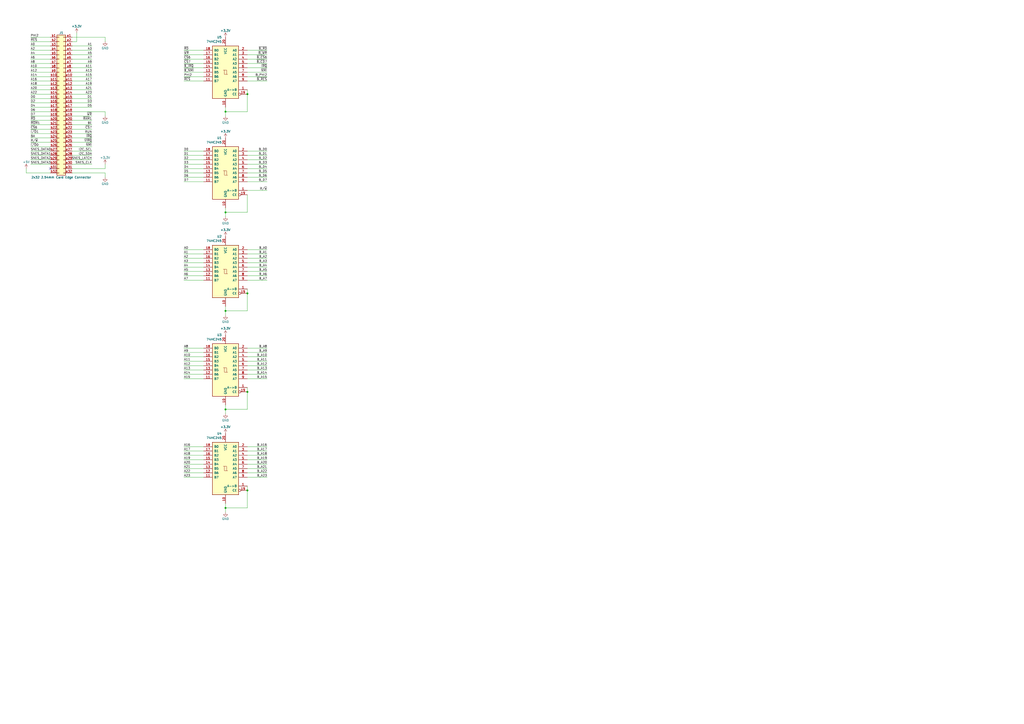
<source format=kicad_sch>
(kicad_sch (version 20231120) (generator "eeschema") (generator_version "8.0")
  (paper "A2")
  (lib_symbols
    (symbol "74xx:74HC245" (pin_names (offset 1.016))
      (property "Reference" "U" (at -7.62 16.51 0))
      (property "Value" "74HC245" (at -7.62 -16.51 0))
      (symbol "74HC245_1_0"
        (polyline (pts (xy -0.635 -1.27) (xy -0.635 1.27) (xy 0.635 1.27)))
        (polyline (pts (xy -1.27 -1.27) (xy 0.635 -1.27) (xy 0.635 1.27) (xy 1.27 1.27)))
        (pin input line (at -12.7 -10.16 0) (length 5.08) (name "A->B") (number "1"))
        (pin power_in line (at 0 -20.32 90) (length 5.08) (name "GND") (number "10"))
        (pin tri_state line (at 12.7 -5.08 180) (length 5.08) (name "B7") (number "11"))
        (pin tri_state line (at 12.7 -2.54 180) (length 5.08) (name "B6") (number "12"))
        (pin tri_state line (at 12.7 0 180) (length 5.08) (name "B5") (number "13"))
        (pin tri_state line (at 12.7 2.54 180) (length 5.08) (name "B4") (number "14"))
        (pin tri_state line (at 12.7 5.08 180) (length 5.08) (name "B3") (number "15"))
        (pin tri_state line (at 12.7 7.62 180) (length 5.08) (name "B2") (number "16"))
        (pin tri_state line (at 12.7 10.16 180) (length 5.08) (name "B1") (number "17"))
        (pin tri_state line (at 12.7 12.7 180) (length 5.08) (name "B0") (number "18"))
        (pin input inverted (at -12.7 -12.7 0) (length 5.08) (name "CE") (number "19"))
        (pin tri_state line (at -12.7 12.7 0) (length 5.08) (name "A0") (number "2"))
        (pin power_in line (at 0 20.32 270) (length 5.08) (name "VCC") (number "20"))
        (pin tri_state line (at -12.7 10.16 0) (length 5.08) (name "A1") (number "3"))
        (pin tri_state line (at -12.7 7.62 0) (length 5.08) (name "A2") (number "4"))
        (pin tri_state line (at -12.7 5.08 0) (length 5.08) (name "A3") (number "5"))
        (pin tri_state line (at -12.7 2.54 0) (length 5.08) (name "A4") (number "6"))
        (pin tri_state line (at -12.7 0 0) (length 5.08) (name "A5") (number "7"))
        (pin tri_state line (at -12.7 -2.54 0) (length 5.08) (name "A6") (number "8"))
        (pin tri_state line (at -12.7 -5.08 0) (length 5.08) (name "A7") (number "9"))
      )
      (symbol "74HC245_1_1"
        (rectangle (start -7.62 15.24) (end 7.62 -15.24) (stroke (width 0.254)) (fill (type background)))
      )
    )
    (symbol "Sentinel 65X V2:Conn_02x32_Row_Letter_First" (pin_names (offset 1.016) hide)
      (property "Reference" "J" (at 1.27 40.64 0))
      (property "Value" "Conn_02x32_Row_Letter_First" (at 1.27 -43.18 0))
      (symbol "Conn_02x32_Row_Letter_First_1_1"
        (rectangle (start -1.27 -40.513) (end 0 -40.767) (stroke (width 0.1524)))
        (rectangle (start -1.27 -37.973) (end 0 -38.227) (stroke (width 0.1524)))
        (rectangle (start -1.27 -35.433) (end 0 -35.687) (stroke (width 0.1524)))
        (rectangle (start -1.27 -32.893) (end 0 -33.147) (stroke (width 0.1524)))
        (rectangle (start -1.27 -30.353) (end 0 -30.607) (stroke (width 0.1524)))
        (rectangle (start -1.27 -27.813) (end 0 -28.067) (stroke (width 0.1524)))
        (rectangle (start -1.27 -25.273) (end 0 -25.527) (stroke (width 0.1524)))
        (rectangle (start -1.27 -22.733) (end 0 -22.987) (stroke (width 0.1524)))
        (rectangle (start -1.27 -20.193) (end 0 -20.447) (stroke (width 0.1524)))
        (rectangle (start -1.27 -17.653) (end 0 -17.907) (stroke (width 0.1524)))
        (rectangle (start -1.27 -15.113) (end 0 -15.367) (stroke (width 0.1524)))
        (rectangle (start -1.27 -12.573) (end 0 -12.827) (stroke (width 0.1524)))
        (rectangle (start -1.27 -10.033) (end 0 -10.287) (stroke (width 0.1524)))
        (rectangle (start -1.27 -7.493) (end 0 -7.747) (stroke (width 0.1524)))
        (rectangle (start -1.27 -4.953) (end 0 -5.207) (stroke (width 0.1524)))
        (rectangle (start -1.27 -2.413) (end 0 -2.667) (stroke (width 0.1524)))
        (rectangle (start -1.27 0.127) (end 0 -0.127) (stroke (width 0.1524)))
        (rectangle (start -1.27 2.667) (end 0 2.413) (stroke (width 0.1524)))
        (rectangle (start -1.27 5.207) (end 0 4.953) (stroke (width 0.1524)))
        (rectangle (start -1.27 7.747) (end 0 7.493) (stroke (width 0.1524)))
        (rectangle (start -1.27 10.287) (end 0 10.033) (stroke (width 0.1524)))
        (rectangle (start -1.27 12.827) (end 0 12.573) (stroke (width 0.1524)))
        (rectangle (start -1.27 15.367) (end 0 15.113) (stroke (width 0.1524)))
        (rectangle (start -1.27 17.907) (end 0 17.653) (stroke (width 0.1524)))
        (rectangle (start -1.27 20.447) (end 0 20.193) (stroke (width 0.1524)))
        (rectangle (start -1.27 22.987) (end 0 22.733) (stroke (width 0.1524)))
        (rectangle (start -1.27 25.527) (end 0 25.273) (stroke (width 0.1524)))
        (rectangle (start -1.27 28.067) (end 0 27.813) (stroke (width 0.1524)))
        (rectangle (start -1.27 30.607) (end 0 30.353) (stroke (width 0.1524)))
        (rectangle (start -1.27 33.147) (end 0 32.893) (stroke (width 0.1524)))
        (rectangle (start -1.27 35.687) (end 0 35.433) (stroke (width 0.1524)))
        (rectangle (start -1.27 38.227) (end 0 37.973) (stroke (width 0.1524)))
        (rectangle (start -1.27 39.37) (end 3.81 -41.91) (stroke (width 0.254)) (fill (type background)))
        (rectangle (start 3.81 -40.513) (end 2.54 -40.767) (stroke (width 0.1524)))
        (rectangle (start 3.81 -37.973) (end 2.54 -38.227) (stroke (width 0.1524)))
        (rectangle (start 3.81 -35.433) (end 2.54 -35.687) (stroke (width 0.1524)))
        (rectangle (start 3.81 -32.893) (end 2.54 -33.147) (stroke (width 0.1524)))
        (rectangle (start 3.81 -30.353) (end 2.54 -30.607) (stroke (width 0.1524)))
        (rectangle (start 3.81 -27.813) (end 2.54 -28.067) (stroke (width 0.1524)))
        (rectangle (start 3.81 -25.273) (end 2.54 -25.527) (stroke (width 0.1524)))
        (rectangle (start 3.81 -22.733) (end 2.54 -22.987) (stroke (width 0.1524)))
        (rectangle (start 3.81 -20.193) (end 2.54 -20.447) (stroke (width 0.1524)))
        (rectangle (start 3.81 -17.653) (end 2.54 -17.907) (stroke (width 0.1524)))
        (rectangle (start 3.81 -15.113) (end 2.54 -15.367) (stroke (width 0.1524)))
        (rectangle (start 3.81 -12.573) (end 2.54 -12.827) (stroke (width 0.1524)))
        (rectangle (start 3.81 -10.033) (end 2.54 -10.287) (stroke (width 0.1524)))
        (rectangle (start 3.81 -7.493) (end 2.54 -7.747) (stroke (width 0.1524)))
        (rectangle (start 3.81 -4.953) (end 2.54 -5.207) (stroke (width 0.1524)))
        (rectangle (start 3.81 -2.413) (end 2.54 -2.667) (stroke (width 0.1524)))
        (rectangle (start 3.81 0.127) (end 2.54 -0.127) (stroke (width 0.1524)))
        (rectangle (start 3.81 2.667) (end 2.54 2.413) (stroke (width 0.1524)))
        (rectangle (start 3.81 5.207) (end 2.54 4.953) (stroke (width 0.1524)))
        (rectangle (start 3.81 7.747) (end 2.54 7.493) (stroke (width 0.1524)))
        (rectangle (start 3.81 10.287) (end 2.54 10.033) (stroke (width 0.1524)))
        (rectangle (start 3.81 12.827) (end 2.54 12.573) (stroke (width 0.1524)))
        (rectangle (start 3.81 15.367) (end 2.54 15.113) (stroke (width 0.1524)))
        (rectangle (start 3.81 17.907) (end 2.54 17.653) (stroke (width 0.1524)))
        (rectangle (start 3.81 20.447) (end 2.54 20.193) (stroke (width 0.1524)))
        (rectangle (start 3.81 22.987) (end 2.54 22.733) (stroke (width 0.1524)))
        (rectangle (start 3.81 25.527) (end 2.54 25.273) (stroke (width 0.1524)))
        (rectangle (start 3.81 28.067) (end 2.54 27.813) (stroke (width 0.1524)))
        (rectangle (start 3.81 30.607) (end 2.54 30.353) (stroke (width 0.1524)))
        (rectangle (start 3.81 33.147) (end 2.54 32.893) (stroke (width 0.1524)))
        (rectangle (start 3.81 35.687) (end 2.54 35.433) (stroke (width 0.1524)))
        (rectangle (start 3.81 38.227) (end 2.54 37.973) (stroke (width 0.1524)))
        (pin passive line (at -5.08 38.1 0) (length 3.81) (name "Pin_a1") (number "a1"))
        (pin passive line (at -5.08 15.24 0) (length 3.81) (name "Pin_a10") (number "a10"))
        (pin passive line (at -5.08 12.7 0) (length 3.81) (name "Pin_a11") (number "a11"))
        (pin passive line (at -5.08 10.16 0) (length 3.81) (name "Pin_a12") (number "a12"))
        (pin passive line (at -5.08 7.62 0) (length 3.81) (name "Pin_a13") (number "a13"))
        (pin passive line (at -5.08 5.08 0) (length 3.81) (name "Pin_a14") (number "a14"))
        (pin passive line (at -5.08 2.54 0) (length 3.81) (name "Pin_a15") (number "a15"))
        (pin passive line (at -5.08 0 0) (length 3.81) (name "Pin_a16") (number "a16"))
        (pin passive line (at -5.08 -2.54 0) (length 3.81) (name "Pin_a17") (number "a17"))
        (pin passive line (at -5.08 -5.08 0) (length 3.81) (name "Pin_a18") (number "a18"))
        (pin passive line (at -5.08 -7.62 0) (length 3.81) (name "Pin_a19") (number "a19"))
        (pin passive line (at -5.08 35.56 0) (length 3.81) (name "Pin_a2") (number "a2"))
        (pin passive line (at -5.08 -10.16 0) (length 3.81) (name "Pin_a20") (number "a20"))
        (pin passive line (at -5.08 -12.7 0) (length 3.81) (name "Pin_a21") (number "a21"))
        (pin passive line (at -5.08 -15.24 0) (length 3.81) (name "Pin_a22") (number "a22"))
        (pin passive line (at -5.08 -17.78 0) (length 3.81) (name "Pin_a23") (number "a23"))
        (pin passive line (at -5.08 -20.32 0) (length 3.81) (name "Pin_a24") (number "a24"))
        (pin passive line (at -5.08 -22.86 0) (length 3.81) (name "Pin_a25") (number "a25"))
        (pin passive line (at -5.08 -25.4 0) (length 3.81) (name "Pin_a26") (number "a26"))
        (pin passive line (at -5.08 -27.94 0) (length 3.81) (name "Pin_a27") (number "a27"))
        (pin passive line (at -5.08 -30.48 0) (length 3.81) (name "Pin_a28") (number "a28"))
        (pin passive line (at -5.08 -33.02 0) (length 3.81) (name "Pin_a29") (number "a29"))
        (pin passive line (at -5.08 33.02 0) (length 3.81) (name "Pin_a3") (number "a3"))
        (pin passive line (at -5.08 -35.56 0) (length 3.81) (name "Pin_a30") (number "a30"))
        (pin passive line (at -5.08 -38.1 0) (length 3.81) (name "Pin_a31") (number "a31"))
        (pin passive line (at -5.08 -40.64 0) (length 3.81) (name "Pin_a32") (number "a32"))
        (pin passive line (at -5.08 30.48 0) (length 3.81) (name "Pin_a4") (number "a4"))
        (pin passive line (at -5.08 27.94 0) (length 3.81) (name "Pin_a5") (number "a5"))
        (pin passive line (at -5.08 25.4 0) (length 3.81) (name "Pin_a6") (number "a6"))
        (pin passive line (at -5.08 22.86 0) (length 3.81) (name "Pin_a7") (number "a7"))
        (pin passive line (at -5.08 20.32 0) (length 3.81) (name "Pin_a8") (number "a8"))
        (pin passive line (at -5.08 17.78 0) (length 3.81) (name "Pin_a9") (number "a9"))
        (pin passive line (at 7.62 38.1 180) (length 3.81) (name "Pin_b1") (number "b1"))
        (pin passive line (at 7.62 15.24 180) (length 3.81) (name "Pin_b10") (number "b10"))
        (pin passive line (at 7.62 12.7 180) (length 3.81) (name "Pin_b11") (number "b11"))
        (pin passive line (at 7.62 10.16 180) (length 3.81) (name "Pin_b12") (number "b12"))
        (pin passive line (at 7.62 7.62 180) (length 3.81) (name "Pin_b13") (number "b13"))
        (pin passive line (at 7.62 5.08 180) (length 3.81) (name "Pin_b14") (number "b14"))
        (pin passive line (at 7.62 2.54 180) (length 3.81) (name "Pin_b15") (number "b15"))
        (pin passive line (at 7.62 0 180) (length 3.81) (name "Pin_b16") (number "b16"))
        (pin passive line (at 7.62 -2.54 180) (length 3.81) (name "Pin_b17") (number "b17"))
        (pin passive line (at 7.62 -5.08 180) (length 3.81) (name "Pin_b18") (number "b18"))
        (pin passive line (at 7.62 -7.62 180) (length 3.81) (name "Pin_b19") (number "b19"))
        (pin passive line (at 7.62 35.56 180) (length 3.81) (name "Pin_b2") (number "b2"))
        (pin passive line (at 7.62 -10.16 180) (length 3.81) (name "Pin_b20") (number "b20"))
        (pin passive line (at 7.62 -12.7 180) (length 3.81) (name "Pin_b21") (number "b21"))
        (pin passive line (at 7.62 -15.24 180) (length 3.81) (name "Pin_b22") (number "b22"))
        (pin passive line (at 7.62 -17.78 180) (length 3.81) (name "Pin_b23") (number "b23"))
        (pin passive line (at 7.62 -20.32 180) (length 3.81) (name "Pin_b24") (number "b24"))
        (pin passive line (at 7.62 -22.86 180) (length 3.81) (name "Pin_b25") (number "b25"))
        (pin passive line (at 7.62 -25.4 180) (length 3.81) (name "Pin_b26") (number "b26"))
        (pin passive line (at 7.62 -27.94 180) (length 3.81) (name "Pin_b27") (number "b27"))
        (pin passive line (at 7.62 -30.48 180) (length 3.81) (name "Pin_b28") (number "b28"))
        (pin passive line (at 7.62 -33.02 180) (length 3.81) (name "Pin_b29") (number "b29"))
        (pin passive line (at 7.62 33.02 180) (length 3.81) (name "Pin_b3") (number "b3"))
        (pin passive line (at 7.62 -35.56 180) (length 3.81) (name "Pin_b30") (number "b30"))
        (pin passive line (at 7.62 -38.1 180) (length 3.81) (name "Pin_b31") (number "b31"))
        (pin passive line (at 7.62 -40.64 180) (length 3.81) (name "Pin_b32") (number "b32"))
        (pin passive line (at 7.62 30.48 180) (length 3.81) (name "Pin_b4") (number "b4"))
        (pin passive line (at 7.62 27.94 180) (length 3.81) (name "Pin_b5") (number "b5"))
        (pin passive line (at 7.62 25.4 180) (length 3.81) (name "Pin_b6") (number "b6"))
        (pin passive line (at 7.62 22.86 180) (length 3.81) (name "Pin_b7") (number "b7"))
        (pin passive line (at 7.62 20.32 180) (length 3.81) (name "Pin_b8") (number "b8"))
        (pin passive line (at 7.62 17.78 180) (length 3.81) (name "Pin_b9") (number "b9"))
      )
    )
    (symbol "power:+3.3V" (power) (pin_names (offset 0))
      (property "Value" "+3.3V" (at 0 3.556 0))
      (symbol "+3.3V_0_1"
        (polyline (pts (xy -0.762 1.27) (xy 0 2.54)))
        (polyline (pts (xy 0 0) (xy 0 2.54)))
        (polyline (pts (xy 0 2.54) (xy 0.762 1.27)))
      )
      (symbol "+3.3V_1_1"
        (pin power_in line (at 0 0 90) (length 0) hide (name "+3.3V") (number "1"))
      )
    )
    (symbol "power:+5V" (power) (pin_names (offset 0))
      (property "Value" "+5V" (at 0 3.556 0))
      (symbol "+5V_0_1"
        (polyline (pts (xy -0.762 1.27) (xy 0 2.54)))
        (polyline (pts (xy 0 0) (xy 0 2.54)))
        (polyline (pts (xy 0 2.54) (xy 0.762 1.27)))
      )
      (symbol "+5V_1_1"
        (pin power_in line (at 0 0 90) (length 0) hide (name "+5V") (number "1"))
      )
    )
    (symbol "power:GND" (power) (pin_names (offset 0))
      (property "Value" "GND" (at 0 -3.81 0))
      (symbol "GND_0_1"
        (polyline (pts (xy 0 0) (xy 0 -1.27) (xy 1.27 -1.27) (xy 0 -2.54) (xy -1.27 -1.27) (xy 0 -1.27)))
      )
      (symbol "GND_1_1"
        (pin power_in line (at 0 0 270) (length 0) hide (name "GND") (number "1"))
      )
    )
  )
  (junction (at 143.51 284.48))
  (junction (at 130.81 180.34))
  (junction (at 143.51 170.18))
  (junction (at 130.81 123.19))
  (junction (at 143.51 54.61))
  (junction (at 130.81 294.64))
  (junction (at 130.81 64.77))
  (junction (at 130.81 237.49))
  (junction (at 143.51 227.33))
  (no_connect (at 29.21 97.79))
  (wire (pts (xy 106.68 214.63) (xy 118.11 214.63)))
  (wire (pts (xy 130.81 123.19) (xy 130.81 120.65)))
  (wire (pts (xy 143.51 201.93) (xy 154.94 201.93)))
  (wire (pts (xy 106.68 147.32) (xy 118.11 147.32)))
  (wire (pts (xy 106.68 154.94) (xy 118.11 154.94)))
  (wire (pts (xy 130.81 240.03) (xy 130.81 237.49)))
  (wire (pts (xy 60.96 95.25) (xy 60.96 97.79)))
  (wire (pts (xy 106.68 217.17) (xy 118.11 217.17)))
  (wire (pts (xy 143.51 294.64) (xy 130.81 294.64)))
  (wire (pts (xy 106.68 100.33) (xy 118.11 100.33)))
  (wire (pts (xy 143.51 144.78) (xy 154.94 144.78)))
  (wire (pts (xy 130.81 180.34) (xy 130.81 177.8)))
  (wire (pts (xy 143.51 259.08) (xy 154.94 259.08)))
  (wire (pts (xy 60.96 64.77) (xy 60.96 67.31)))
  (wire (pts (xy 17.78 36.83) (xy 29.21 36.83)))
  (wire (pts (xy 106.68 90.17) (xy 118.11 90.17)))
  (wire (pts (xy 17.78 92.71) (xy 29.21 92.71)))
  (wire (pts (xy 143.51 46.99) (xy 154.94 46.99)))
  (wire (pts (xy 130.81 297.18) (xy 130.81 294.64)))
  (wire (pts (xy 106.68 87.63) (xy 118.11 87.63)))
  (wire (pts (xy 106.68 102.87) (xy 118.11 102.87)))
  (wire (pts (xy 143.51 207.01) (xy 154.94 207.01)))
  (wire (pts (xy 130.81 182.88) (xy 130.81 180.34)))
  (wire (pts (xy 29.21 67.31) (xy 17.78 67.31)))
  (wire (pts (xy 41.91 72.39) (xy 53.34 72.39)))
  (wire (pts (xy 41.91 100.33) (xy 60.96 100.33)))
  (wire (pts (xy 143.51 152.4) (xy 154.94 152.4)))
  (wire (pts (xy 143.51 113.03) (xy 143.51 123.19)))
  (wire (pts (xy 143.51 170.18) (xy 143.51 180.34)))
  (wire (pts (xy 154.94 110.49) (xy 143.51 110.49)))
  (wire (pts (xy 143.51 154.94) (xy 154.94 154.94)))
  (wire (pts (xy 106.68 160.02) (xy 118.11 160.02)))
  (wire (pts (xy 143.51 87.63) (xy 154.94 87.63)))
  (wire (pts (xy 130.81 64.77) (xy 130.81 62.23)))
  (wire (pts (xy 143.51 167.64) (xy 143.51 170.18)))
  (wire (pts (xy 106.68 31.75) (xy 118.11 31.75)))
  (wire (pts (xy 17.78 85.09) (xy 29.21 85.09)))
  (wire (pts (xy 17.78 90.17) (xy 29.21 90.17)))
  (wire (pts (xy 106.68 36.83) (xy 118.11 36.83)))
  (wire (pts (xy 41.91 97.79) (xy 60.96 97.79)))
  (wire (pts (xy 17.78 77.47) (xy 29.21 77.47)))
  (wire (pts (xy 17.78 95.25) (xy 29.21 95.25)))
  (wire (pts (xy 106.68 271.78) (xy 118.11 271.78)))
  (wire (pts (xy 106.68 259.08) (xy 118.11 259.08)))
  (wire (pts (xy 143.51 34.29) (xy 154.94 34.29)))
  (wire (pts (xy 106.68 266.7) (xy 118.11 266.7)))
  (wire (pts (xy 53.34 69.85) (xy 41.91 69.85)))
  (wire (pts (xy 41.91 29.21) (xy 53.34 29.21)))
  (wire (pts (xy 60.96 21.59) (xy 60.96 24.13)))
  (wire (pts (xy 106.68 219.71) (xy 118.11 219.71)))
  (wire (pts (xy 17.78 69.85) (xy 29.21 69.85)))
  (wire (pts (xy 143.51 160.02) (xy 154.94 160.02)))
  (wire (pts (xy 143.51 284.48) (xy 143.51 294.64)))
  (wire (pts (xy 143.51 97.79) (xy 154.94 97.79)))
  (wire (pts (xy 29.21 49.53) (xy 17.78 49.53)))
  (wire (pts (xy 143.51 224.79) (xy 143.51 227.33)))
  (wire (pts (xy 143.51 276.86) (xy 154.94 276.86)))
  (wire (pts (xy 17.78 74.93) (xy 29.21 74.93)))
  (wire (pts (xy 29.21 46.99) (xy 17.78 46.99)))
  (wire (pts (xy 17.78 82.55) (xy 29.21 82.55)))
  (wire (pts (xy 17.78 34.29) (xy 29.21 34.29)))
  (wire (pts (xy 106.68 105.41) (xy 118.11 105.41)))
  (wire (pts (xy 143.51 123.19) (xy 130.81 123.19)))
  (wire (pts (xy 130.81 294.64) (xy 130.81 292.1)))
  (wire (pts (xy 143.51 227.33) (xy 143.51 237.49)))
  (wire (pts (xy 29.21 100.33) (xy 15.24 100.33)))
  (wire (pts (xy 143.51 237.49) (xy 130.81 237.49)))
  (wire (pts (xy 143.51 281.94) (xy 143.51 284.48)))
  (wire (pts (xy 143.51 105.41) (xy 154.94 105.41)))
  (wire (pts (xy 17.78 80.01) (xy 29.21 80.01)))
  (wire (pts (xy 143.51 274.32) (xy 154.94 274.32)))
  (wire (pts (xy 106.68 212.09) (xy 118.11 212.09)))
  (wire (pts (xy 143.51 269.24) (xy 154.94 269.24)))
  (wire (pts (xy 17.78 44.45) (xy 29.21 44.45)))
  (wire (pts (xy 41.91 62.23) (xy 53.34 62.23)))
  (wire (pts (xy 143.51 217.17) (xy 154.94 217.17)))
  (wire (pts (xy 143.51 147.32) (xy 154.94 147.32)))
  (wire (pts (xy 41.91 31.75) (xy 53.34 31.75)))
  (wire (pts (xy 17.78 29.21) (xy 29.21 29.21)))
  (wire (pts (xy 53.34 85.09) (xy 41.91 85.09)))
  (wire (pts (xy 41.91 82.55) (xy 53.34 82.55)))
  (wire (pts (xy 143.51 157.48) (xy 154.94 157.48)))
  (wire (pts (xy 41.91 34.29) (xy 53.34 34.29)))
  (wire (pts (xy 106.68 204.47) (xy 118.11 204.47)))
  (wire (pts (xy 17.78 39.37) (xy 29.21 39.37)))
  (wire (pts (xy 106.68 209.55) (xy 118.11 209.55)))
  (wire (pts (xy 41.91 21.59) (xy 60.96 21.59)))
  (wire (pts (xy 143.51 44.45) (xy 154.94 44.45)))
  (wire (pts (xy 41.91 92.71) (xy 53.34 92.71)))
  (wire (pts (xy 41.91 26.67) (xy 53.34 26.67)))
  (wire (pts (xy 106.68 207.01) (xy 118.11 207.01)))
  (wire (pts (xy 143.51 261.62) (xy 154.94 261.62)))
  (wire (pts (xy 106.68 46.99) (xy 118.11 46.99)))
  (wire (pts (xy 143.51 149.86) (xy 154.94 149.86)))
  (wire (pts (xy 41.91 36.83) (xy 53.34 36.83)))
  (wire (pts (xy 143.51 95.25) (xy 154.94 95.25)))
  (wire (pts (xy 143.51 52.07) (xy 143.51 54.61)))
  (wire (pts (xy 106.68 261.62) (xy 118.11 261.62)))
  (wire (pts (xy 143.51 54.61) (xy 143.51 64.77)))
  (wire (pts (xy 143.51 212.09) (xy 154.94 212.09)))
  (wire (pts (xy 106.68 34.29) (xy 118.11 34.29)))
  (wire (pts (xy 106.68 97.79) (xy 118.11 97.79)))
  (wire (pts (xy 41.91 80.01) (xy 53.34 80.01)))
  (wire (pts (xy 41.91 59.69) (xy 53.34 59.69)))
  (wire (pts (xy 106.68 269.24) (xy 118.11 269.24)))
  (wire (pts (xy 106.68 274.32) (xy 118.11 274.32)))
  (wire (pts (xy 106.68 144.78) (xy 118.11 144.78)))
  (wire (pts (xy 143.51 204.47) (xy 154.94 204.47)))
  (wire (pts (xy 17.78 21.59) (xy 29.21 21.59)))
  (wire (pts (xy 143.51 31.75) (xy 154.94 31.75)))
  (wire (pts (xy 106.68 152.4) (xy 118.11 152.4)))
  (wire (pts (xy 143.51 264.16) (xy 154.94 264.16)))
  (wire (pts (xy 143.51 102.87) (xy 154.94 102.87)))
  (wire (pts (xy 41.91 44.45) (xy 53.34 44.45)))
  (wire (pts (xy 106.68 29.21) (xy 118.11 29.21)))
  (wire (pts (xy 130.81 237.49) (xy 130.81 234.95)))
  (wire (pts (xy 41.91 64.77) (xy 60.96 64.77)))
  (wire (pts (xy 17.78 87.63) (xy 29.21 87.63)))
  (wire (pts (xy 29.21 59.69) (xy 17.78 59.69)))
  (wire (pts (xy 143.51 271.78) (xy 154.94 271.78)))
  (wire (pts (xy 143.51 29.21) (xy 154.94 29.21)))
  (wire (pts (xy 143.51 162.56) (xy 154.94 162.56)))
  (wire (pts (xy 143.51 39.37) (xy 154.94 39.37)))
  (wire (pts (xy 143.51 219.71) (xy 154.94 219.71)))
  (wire (pts (xy 29.21 62.23) (xy 17.78 62.23)))
  (wire (pts (xy 41.91 57.15) (xy 53.34 57.15)))
  (wire (pts (xy 41.91 54.61) (xy 53.34 54.61)))
  (wire (pts (xy 41.91 95.25) (xy 53.34 95.25)))
  (wire (pts (xy 143.51 214.63) (xy 154.94 214.63)))
  (wire (pts (xy 106.68 157.48) (xy 118.11 157.48)))
  (wire (pts (xy 60.96 100.33) (xy 60.96 102.87)))
  (wire (pts (xy 106.68 264.16) (xy 118.11 264.16)))
  (wire (pts (xy 41.91 90.17) (xy 53.34 90.17)))
  (wire (pts (xy 15.24 97.79) (xy 15.24 100.33)))
  (wire (pts (xy 143.51 90.17) (xy 154.94 90.17)))
  (wire (pts (xy 29.21 57.15) (xy 17.78 57.15)))
  (wire (pts (xy 17.78 54.61) (xy 29.21 54.61)))
  (wire (pts (xy 106.68 41.91) (xy 118.11 41.91)))
  (wire (pts (xy 41.91 41.91) (xy 53.34 41.91)))
  (wire (pts (xy 143.51 209.55) (xy 154.94 209.55)))
  (wire (pts (xy 44.45 19.05) (xy 44.45 24.13)))
  (wire (pts (xy 130.81 67.31) (xy 130.81 64.77)))
  (wire (pts (xy 53.34 67.31) (xy 41.91 67.31)))
  (wire (pts (xy 143.51 64.77) (xy 130.81 64.77)))
  (wire (pts (xy 41.91 46.99) (xy 53.34 46.99)))
  (wire (pts (xy 130.81 125.73) (xy 130.81 123.19)))
  (wire (pts (xy 143.51 36.83) (xy 154.94 36.83)))
  (wire (pts (xy 106.68 162.56) (xy 118.11 162.56)))
  (wire (pts (xy 53.34 77.47) (xy 41.91 77.47)))
  (wire (pts (xy 106.68 149.86) (xy 118.11 149.86)))
  (wire (pts (xy 17.78 31.75) (xy 29.21 31.75)))
  (wire (pts (xy 41.91 24.13) (xy 44.45 24.13)))
  (wire (pts (xy 17.78 72.39) (xy 29.21 72.39)))
  (wire (pts (xy 17.78 64.77) (xy 29.21 64.77)))
  (wire (pts (xy 17.78 26.67) (xy 29.21 26.67)))
  (wire (pts (xy 53.34 74.93) (xy 41.91 74.93)))
  (wire (pts (xy 143.51 180.34) (xy 130.81 180.34)))
  (wire (pts (xy 106.68 201.93) (xy 118.11 201.93)))
  (wire (pts (xy 106.68 39.37) (xy 118.11 39.37)))
  (wire (pts (xy 143.51 41.91) (xy 154.94 41.91)))
  (wire (pts (xy 143.51 100.33) (xy 154.94 100.33)))
  (wire (pts (xy 143.51 92.71) (xy 154.94 92.71)))
  (wire (pts (xy 17.78 41.91) (xy 29.21 41.91)))
  (wire (pts (xy 17.78 52.07) (xy 29.21 52.07)))
  (wire (pts (xy 106.68 95.25) (xy 118.11 95.25)))
  (wire (pts (xy 41.91 49.53) (xy 53.34 49.53)))
  (wire (pts (xy 143.51 266.7) (xy 154.94 266.7)))
  (wire (pts (xy 106.68 92.71) (xy 118.11 92.71)))
  (wire (pts (xy 41.91 52.07) (xy 53.34 52.07)))
  (wire (pts (xy 41.91 39.37) (xy 53.34 39.37)))
  (wire (pts (xy 41.91 87.63) (xy 53.34 87.63)))
  (wire (pts (xy 17.78 24.13) (xy 29.21 24.13)))
  (wire (pts (xy 106.68 44.45) (xy 118.11 44.45)))
  (wire (pts (xy 106.68 276.86) (xy 118.11 276.86)))
  (label "A3" (at 106.68 152.4 0))
  (label "B_A10" (at 154.94 207.01 180))
  (label "A13" (at 53.34 41.91 180))
  (label "A22" (at 106.68 274.32 0))
  (label "~{NMI}" (at 154.94 41.91 180))
  (label "~{NMI}" (at 53.34 85.09 180))
  (label "A1" (at 106.68 147.32 0))
  (label "D1" (at 106.68 90.17 0))
  (label "~{WR}" (at 53.34 67.31 180))
  (label "D6" (at 17.78 64.77 0))
  (label "B_A21" (at 154.94 271.78 180))
  (label "B_A23" (at 154.94 276.86 180))
  (label "~{B_CD}7" (at 154.94 36.83 180))
  (label "D4" (at 17.78 62.23 0))
  (label "~{CS}6" (at 106.68 34.29 0))
  (label "A10" (at 106.68 207.01 0))
  (label "A14" (at 17.78 44.45 0))
  (label "B_A9" (at 154.94 204.47 180))
  (label "A21" (at 53.34 52.07 180))
  (label "B_A7" (at 154.94 162.56 180))
  (label "SNES_CLK" (at 53.34 95.25 180))
  (label "A5" (at 53.34 31.75 180))
  (label "SNES_DATA1" (at 17.78 90.17 0))
  (label "~{VIRQ}" (at 53.34 82.55 180))
  (label "A0" (at 17.78 26.67 0))
  (label "A23" (at 106.68 276.86 0))
  (label "A23" (at 53.34 54.61 180))
  (label "A16" (at 17.78 46.99 0))
  (label "A5" (at 106.68 157.48 0))
  (label "D2" (at 106.68 92.71 0))
  (label "D5" (at 106.68 100.33 0))
  (label "A8" (at 17.78 36.83 0))
  (label "~{B_WR}" (at 154.94 31.75 180))
  (label "A17" (at 53.34 46.99 180))
  (label "SNES_DATA0" (at 17.78 87.63 0))
  (label "A1" (at 53.34 26.67 180))
  (label "~{RD}" (at 106.68 29.21 0))
  (label "B_D6" (at 154.94 102.87 180))
  (label "B_PHI2" (at 154.94 44.45 180))
  (label "A4" (at 106.68 154.94 0))
  (label "B_A4" (at 154.94 154.94 180))
  (label "B_A17" (at 154.94 261.62 180))
  (label "B_A14" (at 154.94 217.17 180))
  (label "~{RES}" (at 106.68 46.99 0))
  (label "A17" (at 106.68 261.62 0))
  (label "B_A2" (at 154.94 149.86 180))
  (label "B_A8" (at 154.94 201.93 180))
  (label "A4" (at 17.78 31.75 0))
  (label "I2C_SCL" (at 53.34 87.63 180))
  (label "B_A16" (at 154.94 259.08 180))
  (label "R{slash}~{W}" (at 154.94 110.49 180))
  (label "A8" (at 106.68 201.93 0))
  (label "A9" (at 53.34 36.83 180))
  (label "A12" (at 106.68 212.09 0))
  (label "A15" (at 106.68 219.71 0))
  (label "~{CS}7" (at 106.68 36.83 0))
  (label "B_A15" (at 154.94 219.71 180))
  (label "SNES_LATCH" (at 53.34 92.71 180))
  (label "B_D0" (at 154.94 87.63 180))
  (label "A16" (at 106.68 259.08 0))
  (label "B_A5" (at 154.94 157.48 180))
  (label "PHI2" (at 17.78 21.59 0))
  (label "D7" (at 106.68 105.41 0))
  (label "A0" (at 106.68 144.78 0))
  (label "B_D4" (at 154.94 97.79 180))
  (label "~{B_IRQ}" (at 106.68 39.37 0))
  (label "~{B_RD}" (at 154.94 29.21 180))
  (label "D6" (at 106.68 102.87 0))
  (label "A11" (at 106.68 209.55 0))
  (label "~{B_RES}" (at 154.94 46.99 180))
  (label "A7" (at 106.68 162.56 0))
  (label "A15" (at 53.34 44.45 180))
  (label "A18" (at 17.78 49.53 0))
  (label "D1" (at 53.34 57.15 180))
  (label "A3" (at 53.34 29.21 180))
  (label "B_D5" (at 154.94 100.33 180))
  (label "A12" (at 17.78 41.91 0))
  (label "D4" (at 106.68 97.79 0))
  (label "A11" (at 53.34 39.37 180))
  (label "A18" (at 106.68 264.16 0))
  (label "~{CS}6" (at 17.78 74.93 0))
  (label "B_A19" (at 154.94 266.7 180))
  (label "A19" (at 106.68 266.7 0))
  (label "A9" (at 106.68 204.47 0))
  (label "~{WR}" (at 106.68 31.75 0))
  (label "SNES_DATA3" (at 17.78 95.25 0))
  (label "~{RAM}1" (at 53.34 69.85 180))
  (label "~{ROM}1" (at 17.78 72.39 0))
  (label "R{slash}~{W}" (at 17.78 82.55 0))
  (label "D0" (at 17.78 57.15 0))
  (label "~{IRQ}" (at 154.94 39.37 180))
  (label "B_A13" (at 154.94 214.63 180))
  (label "A10" (at 17.78 39.37 0))
  (label "A20" (at 17.78 52.07 0))
  (label "~{RES}" (at 17.78 24.13 0))
  (label "~{I{slash}O}1" (at 17.78 77.47 0))
  (label "SNES_DATA2" (at 17.78 92.71 0))
  (label "A20" (at 106.68 269.24 0))
  (label "RUN" (at 53.34 77.47 180))
  (label "A7" (at 53.34 34.29 180))
  (label "B_D7" (at 154.94 105.41 180))
  (label "~{B_NMI}" (at 106.68 41.91 0))
  (label "A2" (at 106.68 149.86 0))
  (label "B_A0" (at 154.94 144.78 180))
  (label "D2" (at 17.78 59.69 0))
  (label "B_A3" (at 154.94 152.4 180))
  (label "I2C_SDA" (at 53.34 90.17 180))
  (label "A19" (at 53.34 49.53 180))
  (label "D7" (at 17.78 67.31 0))
  (label "B_D1" (at 154.94 90.17 180))
  (label "PHI2" (at 106.68 44.45 0))
  (label "D3" (at 106.68 95.25 0))
  (label "A6" (at 106.68 160.02 0))
  (label "B_A20" (at 154.94 269.24 180))
  (label "D0" (at 106.68 87.63 0))
  (label "B_D2" (at 154.94 92.71 180))
  (label "BE" (at 53.34 72.39 180))
  (label "A21" (at 106.68 271.78 0))
  (label "B_D3" (at 154.94 95.25 180))
  (label "A6" (at 17.78 34.29 0))
  (label "~{B_CS}6" (at 154.94 34.29 180))
  (label "BA" (at 17.78 80.01 0))
  (label "B_A11" (at 154.94 209.55 180))
  (label "B_A1" (at 154.94 147.32 180))
  (label "A13" (at 106.68 214.63 0))
  (label "B_A18" (at 154.94 264.16 180))
  (label "B_A12" (at 154.94 212.09 180))
  (label "A14" (at 106.68 217.17 0))
  (label "~{IRQ}" (at 53.34 80.01 180))
  (label "B_A6" (at 154.94 160.02 180))
  (label "A22" (at 17.78 54.61 0))
  (label "D5" (at 53.34 62.23 180))
  (label "D3" (at 53.34 59.69 180))
  (label "~{CS}7" (at 53.34 74.93 180))
  (label "A2" (at 17.78 29.21 0))
  (label "~{RD}" (at 17.78 69.85 0))
  (label "B_A22" (at 154.94 274.32 180))
  (label "~{I{slash}O}0" (at 17.78 85.09 0))
  (symbol (lib_id "power:GND") (at 60.96 67.31 0) (unit 1)
    (property "Reference" "#PWR04" (effects (hide yes)))
    (property "Value" "GND" (at 60.96 71.12 0))
  )
  (symbol (lib_id "power:+3.3V") (at 130.81 194.31 0) (unit 1)
    (property "Reference" "#PWR011" (effects (hide yes)))
    (property "Value" "+3.3V" (at 130.81 190.5 0))
  )
  (symbol (lib_id "power:+3.3V") (at 44.45 19.05 0) (unit 1)
    (property "Reference" "#PWR02" (effects (hide yes)))
    (property "Value" "+3.3V" (at 44.45 15.24 0))
  )
  (symbol (lib_id "power:+3.3V") (at 60.96 95.25 0) (unit 1)
    (property "Reference" "#PWR05" (effects (hide yes)))
    (property "Value" "+3.3V" (at 60.96 91.44 0))
  )
  (symbol (lib_id "power:+3.3V") (at 130.81 21.59 0) (unit 1)
    (property "Reference" "#PWR015" (effects (hide yes)))
    (property "Value" "+3.3V" (at 130.81 17.78 0))
  )
  (symbol (lib_id "Sentinel 65X V2:Conn_02x32_Row_Letter_First") (at 36.83 59.69 0) (mirror y) (unit 1) (in_bom no)
    (property "Reference" "J1" (at 35.56 19.05 0))
    (property "Value" "2x32 2.54mm Card Edge Connector" (at 35.56 102.87 0))
    (property "Footprint" "Connector:Conn_Edge_2x32_THT_2.54mm_Male" (effects (hide yes)))
  )
  (symbol (lib_id "74xx:74HC245") (at 130.81 157.48 0) (mirror y) (unit 1)
    (property "Reference" "U2" (at 128.6159 137.16 0) (effects (justify left)))
    (property "Value" "74HC245" (at 128.6159 139.7 0) (effects (justify left)))
    (property "Datasheet" "http://www.ti.com/lit/gpn/sn74HC245" (effects (hide yes)))
    (property "Description" "Octal BUS Transceivers, 3-State outputs" (effects (hide yes)))
  )
  (symbol (lib_id "power:GND") (at 130.81 240.03 0) (mirror y) (unit 1)
    (property "Reference" "#PWR012" (effects (hide yes)))
    (property "Value" "GND" (at 130.81 243.84 0))
  )
  (symbol (lib_id "power:+3.3V") (at 130.81 80.01 0) (unit 1)
    (property "Reference" "#PWR07" (effects (hide yes)))
    (property "Value" "+3.3V" (at 130.81 76.2 0))
  )
  (symbol (lib_id "74xx:74HC245") (at 130.81 100.33 0) (mirror y) (unit 1)
    (property "Reference" "U1" (at 128.6159 80.01 0) (effects (justify left)))
    (property "Value" "74HC245" (at 128.6159 82.55 0) (effects (justify left)))
    (property "Datasheet" "http://www.ti.com/lit/gpn/sn74HC245" (effects (hide yes)))
    (property "Description" "Octal BUS Transceivers, 3-State outputs" (effects (hide yes)))
  )
  (symbol (lib_id "power:GND") (at 130.81 182.88 0) (mirror y) (unit 1)
    (property "Reference" "#PWR010" (effects (hide yes)))
    (property "Value" "GND" (at 130.81 186.69 0))
  )
  (symbol (lib_id "power:GND") (at 130.81 125.73 0) (mirror y) (unit 1)
    (property "Reference" "#PWR08" (effects (hide yes)))
    (property "Value" "GND" (at 130.81 129.54 0))
  )
  (symbol (lib_id "74xx:74HC245") (at 130.81 41.91 0) (mirror y) (unit 1)
    (property "Reference" "U5" (at 128.6159 21.59 0) (effects (justify left)))
    (property "Value" "74HC245" (at 128.6159 24.13 0) (effects (justify left)))
    (property "Datasheet" "http://www.ti.com/lit/gpn/sn74HC245" (effects (hide yes)))
    (property "Description" "Octal BUS Transceivers, 3-State outputs" (effects (hide yes)))
  )
  (symbol (lib_id "power:GND") (at 130.81 67.31 0) (mirror y) (unit 1)
    (property "Reference" "#PWR016" (effects (hide yes)))
    (property "Value" "GND" (at 130.81 71.12 0))
  )
  (symbol (lib_id "power:+5V") (at 15.24 97.79 0) (unit 1)
    (property "Reference" "#PWR01" (effects (hide yes)))
    (property "Value" "+5V" (at 15.24 93.98 0))
  )
  (symbol (lib_id "power:+3.3V") (at 130.81 251.46 0) (unit 1)
    (property "Reference" "#PWR013" (effects (hide yes)))
    (property "Value" "+3.3V" (at 130.81 247.65 0))
  )
  (symbol (lib_id "power:GND") (at 130.81 297.18 0) (mirror y) (unit 1)
    (property "Reference" "#PWR014" (effects (hide yes)))
    (property "Value" "GND" (at 130.81 300.99 0))
  )
  (symbol (lib_id "power:GND") (at 60.96 24.13 0) (unit 1)
    (property "Reference" "#PWR03" (effects (hide yes)))
    (property "Value" "GND" (at 60.96 27.94 0))
  )
  (symbol (lib_id "74xx:74HC245") (at 130.81 271.78 0) (mirror y) (unit 1)
    (property "Reference" "U4" (at 128.6159 251.46 0) (effects (justify left)))
    (property "Value" "74HC245" (at 128.6159 254 0) (effects (justify left)))
    (property "Datasheet" "http://www.ti.com/lit/gpn/sn74HC245" (effects (hide yes)))
    (property "Description" "Octal BUS Transceivers, 3-State outputs" (effects (hide yes)))
  )
  (symbol (lib_id "74xx:74HC245") (at 130.81 214.63 0) (mirror y) (unit 1)
    (property "Reference" "U3" (at 128.6159 194.31 0) (effects (justify left)))
    (property "Value" "74HC245" (at 128.6159 196.85 0) (effects (justify left)))
    (property "Datasheet" "http://www.ti.com/lit/gpn/sn74HC245" (effects (hide yes)))
    (property "Description" "Octal BUS Transceivers, 3-State outputs" (effects (hide yes)))
  )
  (symbol (lib_id "power:+3.3V") (at 130.81 137.16 0) (unit 1)
    (property "Reference" "#PWR09" (effects (hide yes)))
    (property "Value" "+3.3V" (at 130.81 133.35 0))
  )
  (symbol (lib_id "power:GND") (at 60.96 102.87 0) (unit 1)
    (property "Reference" "#PWR06" (effects (hide yes)))
    (property "Value" "GND" (at 60.96 106.68 0))
  )
)
</source>
